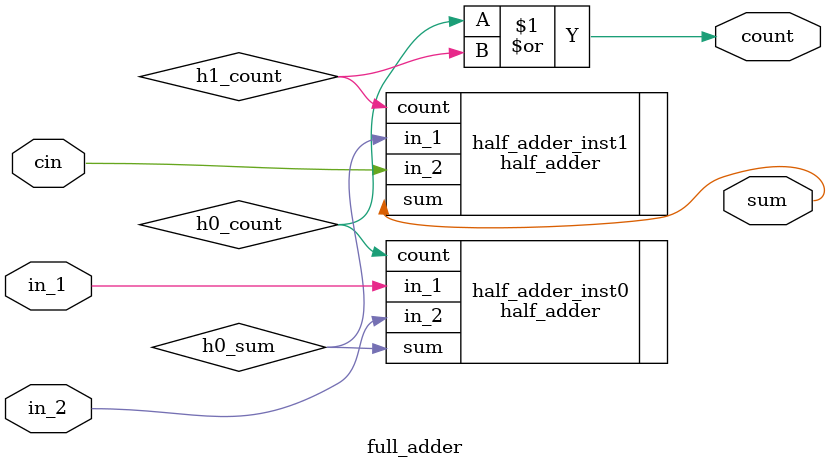
<source format=v>
module full_adder(
    input wire  in_1,
    input wire  in_2,
    input wire  cin ,
    
    output wire  sum ,
    output wire  count

    );
    
    wire    h0_sum;
    wire    h0_count;
    wire    h1_count;
half_adder  half_adder_inst0
(
    .in_1(in_1),
    .in_2(in_2), 
         
    .sum (h0_sum),  
    .count(h0_count)
    );   
    
 half_adder  half_adder_inst1
(
    .in_1(h0_sum),
    .in_2(cin),
         
    .sum (sum),
    .count(h1_count)
    );
       
 assign  count = h0_count | h1_count; 
 
endmodule

</source>
